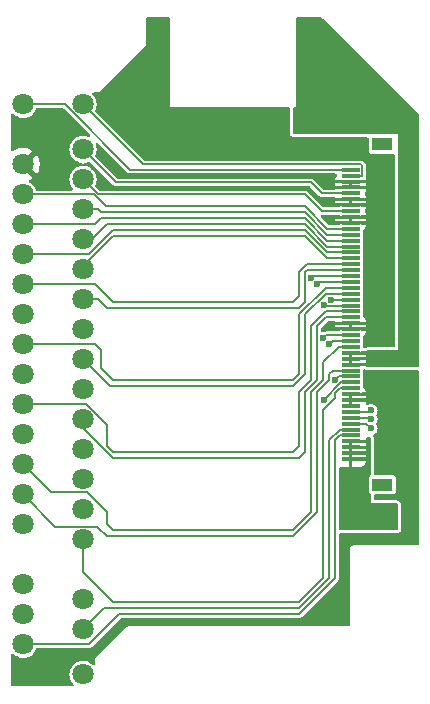
<source format=gbr>
%TF.GenerationSoftware,KiCad,Pcbnew,6.0.0*%
%TF.CreationDate,2022-01-18T19:01:36-05:00*%
%TF.ProjectId,G2_Testpoints_FFC,47325f54-6573-4747-906f-696e74735f46,rev?*%
%TF.SameCoordinates,Original*%
%TF.FileFunction,Copper,L1,Top*%
%TF.FilePolarity,Positive*%
%FSLAX46Y46*%
G04 Gerber Fmt 4.6, Leading zero omitted, Abs format (unit mm)*
G04 Created by KiCad (PCBNEW 6.0.0) date 2022-01-18 19:01:36*
%MOMM*%
%LPD*%
G01*
G04 APERTURE LIST*
%TA.AperFunction,SMDPad,CuDef*%
%ADD10R,1.600000X0.300000*%
%TD*%
%TA.AperFunction,SMDPad,CuDef*%
%ADD11R,1.800000X1.100000*%
%TD*%
%TA.AperFunction,ComponentPad*%
%ADD12C,1.800000*%
%TD*%
%TA.AperFunction,ViaPad*%
%ADD13C,0.600000*%
%TD*%
%TA.AperFunction,Conductor*%
%ADD14C,0.127000*%
%TD*%
G04 APERTURE END LIST*
D10*
%TO.P,U2,50,MIDI_IN*%
%TO.N,/MIDI_IN*%
X157270000Y-76650000D03*
%TO.P,U2,49,MIDI_OUT*%
%TO.N,/MIDI_OUT*%
X157270000Y-77150000D03*
%TO.P,U2,48,GND*%
%TO.N,GND*%
X157270000Y-77650000D03*
%TO.P,U2,47,GND*%
X157270000Y-78150000D03*
%TO.P,U2,46,/RESET*%
%TO.N,/RESET*%
X157270000Y-78650000D03*
%TO.P,U2,45,GND*%
%TO.N,GND*%
X157270000Y-79150000D03*
%TO.P,U2,44,GND*%
X157270000Y-79650000D03*
%TO.P,U2,43,CLK*%
%TO.N,/CLK*%
X157270000Y-80150000D03*
%TO.P,U2,42,GND*%
%TO.N,GND*%
X157270000Y-80650000D03*
%TO.P,U2,41,GND*%
X157270000Y-81150000D03*
%TO.P,U2,40,AD0*%
%TO.N,/AD0*%
X157270000Y-81650000D03*
%TO.P,U2,39,AD1*%
%TO.N,/AD1*%
X157270000Y-82150000D03*
%TO.P,U2,38,AD2*%
%TO.N,/AD2*%
X157270000Y-82650000D03*
%TO.P,U2,37,AD3*%
%TO.N,/AD3*%
X157270000Y-83150000D03*
%TO.P,U2,36,AD4*%
%TO.N,/AD4*%
X157270000Y-83650000D03*
%TO.P,U2,35,AD5*%
%TO.N,/AD5*%
X157270000Y-84150000D03*
%TO.P,U2,34,AD6*%
%TO.N,/AD6*%
X157270000Y-84650000D03*
%TO.P,U2,33,AD7*%
%TO.N,/AD7*%
X157270000Y-85150000D03*
%TO.P,U2,32,AD8*%
%TO.N,/AD8*%
X157270000Y-85650000D03*
%TO.P,U2,31,AD9*%
%TO.N,/AD9*%
X157270000Y-86150000D03*
%TO.P,U2,30,AD10*%
%TO.N,/AD10*%
X157270000Y-86650000D03*
%TO.P,U2,29,AD11*%
%TO.N,/AD11*%
X157270000Y-87150000D03*
%TO.P,U2,28,AD12*%
%TO.N,/AD12*%
X157270000Y-87650000D03*
%TO.P,U2,27,AD13*%
%TO.N,/AD13*%
X157270000Y-88150000D03*
%TO.P,U2,26,AD14*%
%TO.N,/AD14*%
X157270000Y-88650000D03*
%TO.P,U2,25,AD15*%
%TO.N,/AD15*%
X157270000Y-89150000D03*
%TO.P,U2,24,GND*%
%TO.N,GND*%
X157270000Y-89650000D03*
%TO.P,U2,23,GND*%
X157270000Y-90150000D03*
%TO.P,U2,22,/BTA*%
%TO.N,/BTA_n*%
X157270000Y-90650000D03*
%TO.P,U2,21,/AEN*%
%TO.N,/AEN_n*%
X157270000Y-91150000D03*
%TO.P,U2,20,/BTB*%
%TO.N,/BTB_n*%
X157270000Y-91650000D03*
%TO.P,U2,19,3.3V*%
%TO.N,+3V3*%
X157270000Y-92150000D03*
%TO.P,U2,18,3.3V*%
X157270000Y-92650000D03*
%TO.P,U2,17,3.3V*%
X157270000Y-93150000D03*
%TO.P,U2,16,/UBE*%
%TO.N,/UBE_n*%
X157270000Y-93650000D03*
%TO.P,U2,15,/TR??*%
%TO.N,/TR*%
X157270000Y-94150000D03*
%TO.P,U2,14,/LBE*%
%TO.N,/LBE_n*%
X157270000Y-94650000D03*
%TO.P,U2,13,IRQB*%
%TO.N,/IRQB*%
X157270000Y-95150000D03*
%TO.P,U2,12,GND*%
%TO.N,GND*%
X157270000Y-95650000D03*
%TO.P,U2,11,GND*%
X157270000Y-96150000D03*
%TO.P,U2,10,GND*%
X157270000Y-96650000D03*
%TO.P,U2,9,/RQDEV??*%
%TO.N,/RQDEV*%
X157270000Y-97150000D03*
%TO.P,U2,8,/RQEX1??*%
%TO.N,/RQEX1*%
X157270000Y-97650000D03*
%TO.P,U2,7,/RQEX0??*%
%TO.N,/RQEX0*%
X157270000Y-98150000D03*
%TO.P,U2,6,IRQA*%
%TO.N,/IRQA*%
X157270000Y-98650000D03*
%TO.P,U2,5,/MODEMCS*%
%TO.N,/MODEMCS_n*%
X157270000Y-99150000D03*
%TO.P,U2,4,5V*%
%TO.N,+5V*%
X157270000Y-99650000D03*
%TO.P,U2,3,5V*%
X157270000Y-100150000D03*
%TO.P,U2,2,5V*%
X157270000Y-100650000D03*
%TO.P,U2,1,5V*%
X157270000Y-101150000D03*
D11*
%TO.P,U2,0*%
%TO.N,N/C*%
X159970000Y-103300000D03*
X159970000Y-74500000D03*
%TD*%
D12*
%TO.P,U1,4,5V*%
%TO.N,unconnected-(U1-Pad4)*%
X134620000Y-119380000D03*
%TO.P,U1,5,/MODEMCS*%
%TO.N,/MODEMCS_n*%
X129540000Y-116840000D03*
%TO.P,U1,6,IRQA*%
%TO.N,/IRQA*%
X134620000Y-115570000D03*
%TO.P,U1,7,/RQEX0??*%
%TO.N,/RQEX0*%
X129540000Y-114300000D03*
%TO.P,U1,8,/RQEX1??*%
%TO.N,/RQEX1*%
X134620000Y-113030000D03*
%TO.P,U1,9,/RQDEV??*%
%TO.N,/RQDEV*%
X129540000Y-111760000D03*
%TO.P,U1,13,IRQB*%
%TO.N,/IRQB*%
X134620000Y-107950000D03*
%TO.P,U1,14,/LBE*%
%TO.N,/LBE_n*%
X129540000Y-106680000D03*
%TO.P,U1,15,/TR??*%
%TO.N,/TR*%
X134620000Y-105410000D03*
%TO.P,U1,16,/UBE*%
%TO.N,/UBE_n*%
X129540000Y-104140000D03*
%TO.P,U1,18,3.3V*%
%TO.N,unconnected-(U1-Pad18)*%
X134620000Y-102870000D03*
%TO.P,U1,20,/BTB*%
%TO.N,/BTB_n*%
X129540000Y-101600000D03*
%TO.P,U1,21,/AEN*%
%TO.N,/AEN_n*%
X134620000Y-100330000D03*
%TO.P,U1,22,/BTA*%
%TO.N,/BTA_n*%
X129540000Y-99060000D03*
%TO.P,U1,25,AD15*%
%TO.N,/AD15*%
X134620000Y-97790000D03*
%TO.P,U1,26,AD14*%
%TO.N,/AD14*%
X129540000Y-96520000D03*
%TO.P,U1,27,AD13*%
%TO.N,/AD13*%
X134620000Y-95250000D03*
%TO.P,U1,28,AD12*%
%TO.N,/AD12*%
X129540000Y-93980000D03*
%TO.P,U1,29,AD11*%
%TO.N,/AD11*%
X134620000Y-92710000D03*
%TO.P,U1,30,AD10*%
%TO.N,/AD10*%
X129540000Y-91440000D03*
%TO.P,U1,31,AD9*%
%TO.N,/AD9*%
X134620000Y-90170000D03*
%TO.P,U1,32,AD8*%
%TO.N,/AD8*%
X129540000Y-88900000D03*
%TO.P,U1,33,AD7*%
%TO.N,/AD7*%
X134620000Y-87630000D03*
%TO.P,U1,34,AD6*%
%TO.N,/AD6*%
X129540000Y-86360000D03*
%TO.P,U1,35,AD5*%
%TO.N,/AD5*%
X134620000Y-85090000D03*
%TO.P,U1,36,AD4*%
%TO.N,/AD4*%
X129540000Y-83820000D03*
%TO.P,U1,37,AD3*%
%TO.N,/AD3*%
X134620000Y-82550000D03*
%TO.P,U1,38,AD2*%
%TO.N,/AD2*%
X129540000Y-81280000D03*
%TO.P,U1,39,AD1*%
%TO.N,/AD1*%
X134620000Y-80010000D03*
%TO.P,U1,40,AD0*%
%TO.N,/AD0*%
X129540000Y-78740000D03*
%TO.P,U1,43,CLK*%
%TO.N,/CLK*%
X134620000Y-77470000D03*
%TO.P,U1,45,GND*%
%TO.N,GND*%
X129540000Y-76200000D03*
%TO.P,U1,46,/RESET*%
%TO.N,/RESET*%
X134620000Y-74930000D03*
%TO.P,U1,49,MIDI_OUT*%
%TO.N,/MIDI_OUT*%
X134620000Y-71120000D03*
%TO.P,U1,50,MIDI_IN*%
%TO.N,/MIDI_IN*%
X129540000Y-71120000D03*
%TD*%
D13*
%TO.N,GND*%
X137160000Y-71120000D03*
X149860000Y-73660000D03*
X154940000Y-114300000D03*
X129540000Y-119380000D03*
X132080000Y-119380000D03*
X160020000Y-88900000D03*
X160020000Y-86360000D03*
X160020000Y-83820000D03*
X160020000Y-81280000D03*
X160020000Y-78740000D03*
X160020000Y-76200000D03*
X162560000Y-96520000D03*
X162560000Y-99060000D03*
X162560000Y-101600000D03*
X162560000Y-104140000D03*
X162560000Y-106680000D03*
X147320000Y-73660000D03*
X144780000Y-73660000D03*
X142240000Y-73660000D03*
X139700000Y-73660000D03*
X139700000Y-71120000D03*
X139700000Y-68580000D03*
%TO.N,/RQEX0*%
X159004000Y-98552000D03*
%TO.N,/RQEX1*%
X159004000Y-97754503D03*
%TO.N,/RQDEV*%
X159004000Y-97028000D03*
%TO.N,/LBE_n*%
X155032483Y-96104483D03*
%TO.N,/TR*%
X155956000Y-94488000D03*
%TO.N,/AEN_n*%
X155453715Y-91445715D03*
%TO.N,/BTA_n*%
X154940000Y-90932000D03*
%TO.N,/AD13*%
X154993838Y-88130000D03*
%TO.N,/AD12*%
X155616000Y-87640000D03*
%TO.N,/AD9*%
X154437715Y-86365715D03*
%TO.N,/AD8*%
X153924000Y-85852000D03*
%TD*%
D14*
%TO.N,/RQEX0*%
X158602000Y-98150000D02*
X157270000Y-98150000D01*
X159004000Y-98552000D02*
X158602000Y-98150000D01*
%TO.N,/RQEX1*%
X158899497Y-97650000D02*
X157270000Y-97650000D01*
X159004000Y-97754503D02*
X158899497Y-97650000D01*
%TO.N,/RQDEV*%
X159004000Y-97028000D02*
X158882000Y-97150000D01*
X158882000Y-97150000D02*
X157270000Y-97150000D01*
%TO.N,/MODEMCS_n*%
X135128000Y-116840000D02*
X137668000Y-114300000D01*
X129540000Y-116840000D02*
X135128000Y-116840000D01*
X152908000Y-114300000D02*
X137668000Y-114300000D01*
X155956000Y-99568000D02*
X155956000Y-111252000D01*
X157270000Y-99150000D02*
X156374000Y-99150000D01*
X156374000Y-99150000D02*
X155956000Y-99568000D01*
X155956000Y-111252000D02*
X152908000Y-114300000D01*
%TO.N,/IRQA*%
X157270000Y-98650000D02*
X156343000Y-98650000D01*
X156343000Y-98650000D02*
X155448000Y-99545000D01*
X155448000Y-99545000D02*
X155448000Y-111252000D01*
X155448000Y-111252000D02*
X152908000Y-113792000D01*
X152908000Y-113792000D02*
X136398000Y-113792000D01*
X136398000Y-113792000D02*
X134620000Y-115570000D01*
%TO.N,/IRQB*%
X155973749Y-95994251D02*
X155973749Y-95521749D01*
X154940000Y-97028000D02*
X155973749Y-95994251D01*
X137160000Y-113284000D02*
X152908000Y-113284000D01*
X134620000Y-107950000D02*
X134620000Y-110744000D01*
X134620000Y-110744000D02*
X137160000Y-113284000D01*
X152908000Y-113284000D02*
X154940000Y-111252000D01*
X154940000Y-111252000D02*
X154940000Y-97028000D01*
X155973749Y-95521749D02*
X156345498Y-95150000D01*
X156345498Y-95150000D02*
X157270000Y-95150000D01*
%TO.N,/LBE_n*%
X156486966Y-94650000D02*
X155032483Y-96104483D01*
X157270000Y-94650000D02*
X156486966Y-94650000D01*
%TO.N,/TR*%
X156294000Y-94150000D02*
X155956000Y-94488000D01*
X157270000Y-94150000D02*
X156294000Y-94150000D01*
%TO.N,/UBE_n*%
X155448000Y-94488000D02*
X154432000Y-95504000D01*
X155778000Y-93650000D02*
X155448000Y-93980000D01*
X156286000Y-93650000D02*
X155778000Y-93650000D01*
X155448000Y-93980000D02*
X155448000Y-94488000D01*
X152400000Y-107696000D02*
X136652000Y-107696000D01*
X154432000Y-105664000D02*
X152400000Y-107696000D01*
X157270000Y-93650000D02*
X156286000Y-93650000D01*
X135815989Y-106859989D02*
X132259989Y-106859989D01*
X154432000Y-95504000D02*
X154432000Y-105664000D01*
X136652000Y-107696000D02*
X135815989Y-106859989D01*
X132259989Y-106859989D02*
X129540000Y-104140000D01*
%TO.N,/BTB_n*%
X129540000Y-101600000D02*
X131900011Y-103960011D01*
X131900011Y-103960011D02*
X134948011Y-103960011D01*
X134948011Y-103960011D02*
X136652000Y-105664000D01*
X136652000Y-105664000D02*
X136652000Y-106680000D01*
X154940000Y-92964000D02*
X156254000Y-91650000D01*
X136652000Y-106680000D02*
X137160000Y-107188000D01*
X137160000Y-107188000D02*
X152400000Y-107188000D01*
X152400000Y-107188000D02*
X153924000Y-105664000D01*
X153924000Y-105664000D02*
X153924000Y-95504000D01*
X153924000Y-95504000D02*
X154940000Y-94488000D01*
X156254000Y-91650000D02*
X157270000Y-91650000D01*
X154940000Y-94488000D02*
X154940000Y-92964000D01*
%TO.N,/AEN_n*%
X157270000Y-91150000D02*
X155749430Y-91150000D01*
X155749430Y-91150000D02*
X155453715Y-91445715D01*
%TO.N,/BTA_n*%
X154940000Y-90932000D02*
X155222000Y-90650000D01*
X155222000Y-90650000D02*
X157270000Y-90650000D01*
%TO.N,/AD15*%
X157270000Y-89150000D02*
X155198000Y-89150000D01*
X137160000Y-101092000D02*
X134620000Y-98552000D01*
X155198000Y-89150000D02*
X154432000Y-89916000D01*
X154432000Y-89916000D02*
X154432000Y-94488000D01*
X154432000Y-94488000D02*
X153416000Y-95504000D01*
X153416000Y-95504000D02*
X153416000Y-100584000D01*
X153416000Y-100584000D02*
X152908000Y-101092000D01*
X152908000Y-101092000D02*
X137160000Y-101092000D01*
X134620000Y-98552000D02*
X134620000Y-97790000D01*
%TO.N,/AD14*%
X129540000Y-96520000D02*
X134891509Y-96520000D01*
X136652000Y-100076000D02*
X137160000Y-100584000D01*
X153924000Y-89916000D02*
X155190000Y-88650000D01*
X134891509Y-96520000D02*
X136652000Y-98280491D01*
X136652000Y-98280491D02*
X136652000Y-100076000D01*
X153924000Y-94488000D02*
X153924000Y-89916000D01*
X137160000Y-100584000D02*
X152400000Y-100584000D01*
X152400000Y-100584000D02*
X152908000Y-100076000D01*
X152908000Y-100076000D02*
X152908000Y-95504000D01*
X152908000Y-95504000D02*
X153924000Y-94488000D01*
X155190000Y-88650000D02*
X157270000Y-88650000D01*
%TO.N,/AD13*%
X154993838Y-88130000D02*
X155013838Y-88150000D01*
X155013838Y-88150000D02*
X157270000Y-88150000D01*
%TO.N,/AD12*%
X155626000Y-87650000D02*
X157270000Y-87650000D01*
X155616000Y-87640000D02*
X155626000Y-87650000D01*
%TO.N,/AD11*%
X157270000Y-87150000D02*
X155166000Y-87150000D01*
X155166000Y-87150000D02*
X153416000Y-88900000D01*
X153416000Y-88900000D02*
X153416000Y-93980000D01*
X153416000Y-93980000D02*
X152400000Y-94996000D01*
X152400000Y-94996000D02*
X136906000Y-94996000D01*
X136906000Y-94996000D02*
X134620000Y-92710000D01*
%TO.N,/AD10*%
X129540000Y-91440000D02*
X135636000Y-91440000D01*
X135636000Y-91440000D02*
X136144000Y-91948000D01*
X136144000Y-91948000D02*
X136144000Y-93472000D01*
X155158000Y-86650000D02*
X157270000Y-86650000D01*
X136144000Y-93472000D02*
X137160000Y-94488000D01*
X137160000Y-94488000D02*
X152400000Y-94488000D01*
X152400000Y-94488000D02*
X152908000Y-93980000D01*
X152908000Y-88900000D02*
X155158000Y-86650000D01*
X152908000Y-93980000D02*
X152908000Y-88900000D01*
%TO.N,/AD9*%
X157270000Y-86150000D02*
X154653430Y-86150000D01*
X154653430Y-86150000D02*
X154437715Y-86365715D01*
%TO.N,/AD8*%
X154126000Y-85650000D02*
X153924000Y-85852000D01*
X157270000Y-85650000D02*
X154126000Y-85650000D01*
%TO.N,/AD7*%
X157270000Y-85150000D02*
X153610000Y-85150000D01*
X153416000Y-87884000D02*
X152908000Y-88392000D01*
X153610000Y-85150000D02*
X153416000Y-85344000D01*
X153416000Y-85344000D02*
X153416000Y-87884000D01*
X152908000Y-88392000D02*
X136652000Y-88392000D01*
X136652000Y-88392000D02*
X135890000Y-87630000D01*
X135890000Y-87630000D02*
X134620000Y-87630000D01*
%TO.N,/AD6*%
X157270000Y-84650000D02*
X153602000Y-84650000D01*
X153602000Y-84650000D02*
X152908000Y-85344000D01*
X152908000Y-85344000D02*
X152908000Y-87376000D01*
X152908000Y-87376000D02*
X152400000Y-87884000D01*
X135636000Y-86360000D02*
X129540000Y-86360000D01*
X152400000Y-87884000D02*
X137160000Y-87884000D01*
X137160000Y-87884000D02*
X135636000Y-86360000D01*
%TO.N,/AD5*%
X137160000Y-82296000D02*
X153416000Y-82296000D01*
X134620000Y-85090000D02*
X134620000Y-84836000D01*
X134620000Y-84836000D02*
X137160000Y-82296000D01*
X153416000Y-82296000D02*
X155270000Y-84150000D01*
X155270000Y-84150000D02*
X157270000Y-84150000D01*
%TO.N,/AD4*%
X137160000Y-81788000D02*
X153416000Y-81788000D01*
X129540000Y-83820000D02*
X135128000Y-83820000D01*
X135128000Y-83820000D02*
X137160000Y-81788000D01*
X153416000Y-81788000D02*
X155278000Y-83650000D01*
X155278000Y-83650000D02*
X157270000Y-83650000D01*
%TO.N,/AD3*%
X136652000Y-81280000D02*
X153416000Y-81280000D01*
X134620000Y-82550000D02*
X135382000Y-82550000D01*
X153416000Y-81280000D02*
X155286000Y-83150000D01*
X135382000Y-82550000D02*
X136652000Y-81280000D01*
X155286000Y-83150000D02*
X157270000Y-83150000D01*
%TO.N,/AD2*%
X129540000Y-81280000D02*
X135636000Y-81280000D01*
X136144000Y-80772000D02*
X153416000Y-80772000D01*
X135636000Y-81280000D02*
X136144000Y-80772000D01*
X153416000Y-80772000D02*
X155294000Y-82650000D01*
X155294000Y-82650000D02*
X157270000Y-82650000D01*
%TO.N,/AD1*%
X134620000Y-80010000D02*
X135890000Y-80010000D01*
X135890000Y-80010000D02*
X136144000Y-80264000D01*
X136144000Y-80264000D02*
X153416000Y-80264000D01*
X153416000Y-80264000D02*
X155302000Y-82150000D01*
X155302000Y-82150000D02*
X157270000Y-82150000D01*
%TO.N,/AD0*%
X129540000Y-78740000D02*
X135531468Y-78740000D01*
X135531468Y-78740000D02*
X136547468Y-79756000D01*
X136547468Y-79756000D02*
X153416000Y-79756000D01*
X153416000Y-79756000D02*
X155310000Y-81650000D01*
X155310000Y-81650000D02*
X157270000Y-81650000D01*
%TO.N,/CLK*%
X153416000Y-78740000D02*
X153924000Y-79248000D01*
X142240000Y-78740000D02*
X153416000Y-78740000D01*
X134620000Y-77470000D02*
X135890000Y-78740000D01*
X135890000Y-78740000D02*
X142240000Y-78740000D01*
%TO.N,/RESET*%
X154850000Y-78650000D02*
X153924000Y-77724000D01*
X157270000Y-78650000D02*
X154850000Y-78650000D01*
X153924000Y-77724000D02*
X137414000Y-77724000D01*
X137414000Y-77724000D02*
X134620000Y-74930000D01*
%TO.N,/CLK*%
X153924000Y-79248000D02*
X154826000Y-80150000D01*
X154826000Y-80150000D02*
X157270000Y-80150000D01*
%TO.N,/MIDI_OUT*%
X157270000Y-77150000D02*
X158197000Y-77150000D01*
X158197000Y-77150000D02*
X158260011Y-77086989D01*
X158260011Y-77086989D02*
X158260011Y-76309989D01*
X158260011Y-76309989D02*
X158150022Y-76200000D01*
X158150022Y-76200000D02*
X139700000Y-76200000D01*
X139700000Y-76200000D02*
X134620000Y-71120000D01*
%TO.N,/MIDI_IN*%
X129540000Y-71120000D02*
X133078491Y-71120000D01*
X133078491Y-71120000D02*
X138608491Y-76650000D01*
X138608491Y-76650000D02*
X157270000Y-76650000D01*
%TD*%
%TA.AperFunction,Conductor*%
%TO.N,+3V3*%
G36*
X154852124Y-63769685D02*
G01*
X154872766Y-63786319D01*
X163035681Y-71949234D01*
X163069166Y-72010557D01*
X163072000Y-72036915D01*
X163072000Y-93221000D01*
X163052315Y-93288039D01*
X162999511Y-93333794D01*
X162948000Y-93345000D01*
X158668511Y-93345000D01*
X158601472Y-93325315D01*
X158587308Y-93314713D01*
X158572226Y-93301644D01*
X158564668Y-93300000D01*
X158259183Y-93300000D01*
X158190294Y-93279103D01*
X158177899Y-93270821D01*
X158177895Y-93270820D01*
X158167740Y-93264034D01*
X158133687Y-93257260D01*
X158100653Y-93250689D01*
X158100650Y-93250689D01*
X158094674Y-93249500D01*
X157244000Y-93249500D01*
X157176961Y-93229815D01*
X157131206Y-93177011D01*
X157120000Y-93125500D01*
X157120000Y-92982170D01*
X157420000Y-92982170D01*
X157424404Y-92997169D01*
X157425774Y-92998356D01*
X157433332Y-93000000D01*
X158560169Y-93000000D01*
X158575168Y-92995596D01*
X158576355Y-92994226D01*
X158577999Y-92986668D01*
X158577999Y-92955274D01*
X158577636Y-92948571D01*
X158573815Y-92913393D01*
X158573815Y-92886611D01*
X158577637Y-92851426D01*
X158578000Y-92844728D01*
X158578000Y-92817830D01*
X158573596Y-92802831D01*
X158572226Y-92801644D01*
X158564668Y-92800000D01*
X157437830Y-92800000D01*
X157422831Y-92804404D01*
X157421644Y-92805774D01*
X157420000Y-92813332D01*
X157420000Y-92982170D01*
X157120000Y-92982170D01*
X157120000Y-92482170D01*
X157420000Y-92482170D01*
X157424404Y-92497169D01*
X157425774Y-92498356D01*
X157433332Y-92500000D01*
X158560169Y-92500000D01*
X158575168Y-92495596D01*
X158576355Y-92494226D01*
X158577999Y-92486668D01*
X158577999Y-92455274D01*
X158577636Y-92448571D01*
X158573815Y-92413393D01*
X158573815Y-92386611D01*
X158577637Y-92351426D01*
X158578000Y-92344728D01*
X158578000Y-92317830D01*
X158573596Y-92302831D01*
X158572226Y-92301644D01*
X158564668Y-92300000D01*
X157437830Y-92300000D01*
X157422831Y-92304404D01*
X157421644Y-92305774D01*
X157420000Y-92313332D01*
X157420000Y-92482170D01*
X157120000Y-92482170D01*
X157120000Y-92174500D01*
X157139685Y-92107461D01*
X157192489Y-92061706D01*
X157244000Y-92050500D01*
X158094674Y-92050500D01*
X158100650Y-92049311D01*
X158100653Y-92049311D01*
X158133687Y-92042740D01*
X158167740Y-92035966D01*
X158177895Y-92029180D01*
X158177899Y-92029179D01*
X158190294Y-92020897D01*
X158259183Y-92000000D01*
X158560169Y-92000000D01*
X158575168Y-91995596D01*
X158579326Y-91990797D01*
X158638104Y-91953023D01*
X158673039Y-91948000D01*
X161290000Y-91948000D01*
X161290000Y-73660000D01*
X152524000Y-73660000D01*
X152456961Y-73640315D01*
X152411206Y-73587511D01*
X152400000Y-73536000D01*
X152400000Y-71476174D01*
X152419685Y-71409135D01*
X152476549Y-71361612D01*
X152485564Y-71357878D01*
X152497545Y-71355495D01*
X152507699Y-71348710D01*
X152507702Y-71348709D01*
X152570087Y-71307024D01*
X152580240Y-71300240D01*
X152635495Y-71217545D01*
X152650000Y-71144624D01*
X152654898Y-71120000D01*
X152652383Y-71107356D01*
X152650000Y-71083165D01*
X152650000Y-63874000D01*
X152669685Y-63806961D01*
X152722489Y-63761206D01*
X152774000Y-63750000D01*
X154785085Y-63750000D01*
X154852124Y-63769685D01*
G37*
%TD.AperFunction*%
%TD*%
%TA.AperFunction,Conductor*%
%TO.N,GND*%
G36*
X158520565Y-93561621D02*
G01*
X158520934Y-93560683D01*
X158526088Y-93562711D01*
X158531037Y-93565188D01*
X158566194Y-93575511D01*
X158593832Y-93583627D01*
X158593834Y-93583628D01*
X158598076Y-93584873D01*
X158602450Y-93585502D01*
X158602455Y-93585503D01*
X158640126Y-93590919D01*
X158668511Y-93595000D01*
X162948000Y-93595000D01*
X163015039Y-93614685D01*
X163060794Y-93667489D01*
X163072000Y-93719000D01*
X163072000Y-108338000D01*
X163052315Y-108405039D01*
X162999511Y-108450794D01*
X162948000Y-108462000D01*
X157516835Y-108462000D01*
X157492644Y-108459617D01*
X157491980Y-108459485D01*
X157480000Y-108457102D01*
X157468020Y-108459485D01*
X157455376Y-108462000D01*
X157394433Y-108474122D01*
X157394431Y-108474123D01*
X157382455Y-108476505D01*
X157299760Y-108531760D01*
X157244505Y-108614455D01*
X157225102Y-108712000D01*
X157227485Y-108723980D01*
X157227617Y-108724644D01*
X157230000Y-108748835D01*
X157230000Y-115196000D01*
X157210315Y-115263039D01*
X157157511Y-115308794D01*
X157106000Y-115320000D01*
X138466835Y-115320000D01*
X138442644Y-115317617D01*
X138441980Y-115317485D01*
X138430000Y-115315102D01*
X138418020Y-115317485D01*
X138356244Y-115329773D01*
X138332454Y-115334505D01*
X138322301Y-115341289D01*
X138322299Y-115341290D01*
X138300978Y-115355537D01*
X138286665Y-115365101D01*
X138249760Y-115389760D01*
X138242592Y-115400488D01*
X138227174Y-115419273D01*
X135739273Y-117907174D01*
X135720488Y-117922592D01*
X135709760Y-117929760D01*
X135695812Y-117950635D01*
X135654505Y-118012455D01*
X135635102Y-118110000D01*
X135637485Y-118121980D01*
X135637617Y-118122644D01*
X135640000Y-118146835D01*
X135640000Y-118472529D01*
X135620315Y-118539568D01*
X135567511Y-118585323D01*
X135498353Y-118595267D01*
X135431829Y-118563585D01*
X135327557Y-118467197D01*
X135327555Y-118467196D01*
X135323381Y-118463337D01*
X135144554Y-118350505D01*
X134948160Y-118272152D01*
X134942579Y-118271042D01*
X134942576Y-118271041D01*
X134844467Y-118251526D01*
X134740775Y-118230901D01*
X134735088Y-118230827D01*
X134735083Y-118230826D01*
X134535034Y-118228207D01*
X134535029Y-118228207D01*
X134529346Y-118228133D01*
X134523742Y-118229096D01*
X134523741Y-118229096D01*
X134326550Y-118262979D01*
X134326547Y-118262980D01*
X134320953Y-118263941D01*
X134122575Y-118337127D01*
X134117697Y-118340029D01*
X134117695Y-118340030D01*
X133945740Y-118442332D01*
X133945737Y-118442334D01*
X133940856Y-118445238D01*
X133781881Y-118584655D01*
X133778362Y-118589119D01*
X133778359Y-118589122D01*
X133719731Y-118663492D01*
X133650976Y-118750708D01*
X133552523Y-118937836D01*
X133489820Y-119139773D01*
X133464967Y-119349754D01*
X133478796Y-119560749D01*
X133530845Y-119765690D01*
X133619369Y-119957714D01*
X133741405Y-120130391D01*
X133745476Y-120134357D01*
X133745477Y-120134358D01*
X133799699Y-120187179D01*
X133833984Y-120248059D01*
X133829912Y-120317810D01*
X133788776Y-120374286D01*
X133723637Y-120399558D01*
X133713173Y-120400000D01*
X128644000Y-120400000D01*
X128576961Y-120380315D01*
X128531206Y-120327511D01*
X128520000Y-120276000D01*
X128520000Y-117746547D01*
X128539685Y-117679508D01*
X128592489Y-117633753D01*
X128661647Y-117623809D01*
X128725203Y-117652834D01*
X128730526Y-117657726D01*
X128752886Y-117679508D01*
X128812865Y-117737937D01*
X128817588Y-117741093D01*
X128817592Y-117741096D01*
X128888663Y-117788584D01*
X128988677Y-117855411D01*
X129182953Y-117938878D01*
X129234911Y-117950635D01*
X129383638Y-117984289D01*
X129383642Y-117984290D01*
X129389186Y-117985544D01*
X129515651Y-117990513D01*
X129594789Y-117993623D01*
X129594791Y-117993623D01*
X129600470Y-117993846D01*
X129606090Y-117993031D01*
X129606092Y-117993031D01*
X129804103Y-117964320D01*
X129804104Y-117964320D01*
X129809730Y-117963504D01*
X129909137Y-117929760D01*
X130004565Y-117897367D01*
X130004568Y-117897366D01*
X130009955Y-117895537D01*
X130014916Y-117892759D01*
X130014922Y-117892756D01*
X130121530Y-117833052D01*
X130194442Y-117792219D01*
X130357012Y-117657012D01*
X130376356Y-117633753D01*
X130488584Y-117498813D01*
X130488585Y-117498811D01*
X130492219Y-117494442D01*
X130535189Y-117417714D01*
X130592756Y-117314922D01*
X130592759Y-117314916D01*
X130595537Y-117309955D01*
X130619914Y-117238142D01*
X130660102Y-117180987D01*
X130724811Y-117154634D01*
X130737333Y-117154000D01*
X135108874Y-117154000D01*
X135119681Y-117154472D01*
X135144983Y-117156686D01*
X135144985Y-117156686D01*
X135155789Y-117157631D01*
X135167579Y-117154472D01*
X135190803Y-117148250D01*
X135201360Y-117145909D01*
X135226367Y-117141499D01*
X135237051Y-117139615D01*
X135246445Y-117134191D01*
X135249410Y-117133112D01*
X135252273Y-117131777D01*
X135262749Y-117128970D01*
X135292434Y-117108185D01*
X135301557Y-117102373D01*
X135323554Y-117089673D01*
X135332949Y-117084249D01*
X135356249Y-117056481D01*
X135363558Y-117048505D01*
X137761744Y-114650319D01*
X137823067Y-114616834D01*
X137849425Y-114614000D01*
X152888874Y-114614000D01*
X152899681Y-114614472D01*
X152924983Y-114616686D01*
X152924985Y-114616686D01*
X152935789Y-114617631D01*
X152947579Y-114614472D01*
X152970803Y-114608250D01*
X152981360Y-114605909D01*
X153006367Y-114601499D01*
X153017051Y-114599615D01*
X153026445Y-114594191D01*
X153029410Y-114593112D01*
X153032273Y-114591777D01*
X153042749Y-114588970D01*
X153072434Y-114568185D01*
X153081557Y-114562373D01*
X153103554Y-114549673D01*
X153112949Y-114544249D01*
X153136249Y-114516481D01*
X153143558Y-114508505D01*
X156164511Y-111487553D01*
X156172487Y-111480244D01*
X156191939Y-111463922D01*
X156200249Y-111456949D01*
X156218373Y-111425557D01*
X156224184Y-111416436D01*
X156244971Y-111386749D01*
X156247780Y-111376267D01*
X156249111Y-111373412D01*
X156250190Y-111370447D01*
X156255615Y-111361051D01*
X156261908Y-111325363D01*
X156264249Y-111314804D01*
X156270824Y-111290267D01*
X156270824Y-111290264D01*
X156273631Y-111279789D01*
X156270472Y-111243681D01*
X156270000Y-111232874D01*
X156270000Y-107562000D01*
X156289685Y-107494961D01*
X156342489Y-107449206D01*
X156394000Y-107438000D01*
X161166000Y-107438000D01*
X161219143Y-107432286D01*
X161270654Y-107421080D01*
X161277808Y-107419117D01*
X161288975Y-107416054D01*
X161288977Y-107416053D01*
X161296461Y-107414000D01*
X161303203Y-107410161D01*
X161303205Y-107410160D01*
X161375931Y-107368746D01*
X161381226Y-107365731D01*
X161392773Y-107355726D01*
X161417335Y-107334442D01*
X161434030Y-107319976D01*
X161464974Y-107287908D01*
X161510188Y-107201474D01*
X161511903Y-107195634D01*
X161528627Y-107138679D01*
X161528628Y-107138677D01*
X161529873Y-107134435D01*
X161530774Y-107128174D01*
X161539370Y-107068380D01*
X161540000Y-107064000D01*
X161540000Y-105026000D01*
X161534286Y-104972857D01*
X161523080Y-104921346D01*
X161516000Y-104895539D01*
X161467731Y-104810774D01*
X161421976Y-104757970D01*
X161389908Y-104727026D01*
X161303474Y-104681812D01*
X161297636Y-104680098D01*
X161297634Y-104680097D01*
X161240679Y-104663373D01*
X161240677Y-104663372D01*
X161236435Y-104662127D01*
X161232061Y-104661498D01*
X161232056Y-104661497D01*
X161194385Y-104656081D01*
X161166000Y-104652000D01*
X159378000Y-104652000D01*
X159310961Y-104632315D01*
X159265206Y-104579511D01*
X159254000Y-104528000D01*
X159254000Y-104224500D01*
X159273685Y-104157461D01*
X159326489Y-104111706D01*
X159378000Y-104100500D01*
X160894674Y-104100500D01*
X160900650Y-104099311D01*
X160900653Y-104099311D01*
X160933687Y-104092740D01*
X160967740Y-104085966D01*
X161050601Y-104030601D01*
X161105966Y-103947740D01*
X161120500Y-103874674D01*
X161120500Y-102725326D01*
X161105966Y-102652260D01*
X161050601Y-102569399D01*
X160967740Y-102514034D01*
X160930101Y-102506547D01*
X160900653Y-102500689D01*
X160900650Y-102500689D01*
X160894674Y-102499500D01*
X159378000Y-102499500D01*
X159310961Y-102479815D01*
X159265206Y-102427011D01*
X159254000Y-102375500D01*
X159254000Y-99438000D01*
X159248286Y-99384857D01*
X159237466Y-99335118D01*
X159237432Y-99334964D01*
X159237080Y-99333346D01*
X159230000Y-99307539D01*
X159182840Y-99224721D01*
X159166772Y-99156725D01*
X159190016Y-99090836D01*
X159243142Y-99048801D01*
X159274114Y-99035972D01*
X159274113Y-99035972D01*
X159281625Y-99032861D01*
X159396621Y-98944621D01*
X159484861Y-98829625D01*
X159521065Y-98742219D01*
X159537218Y-98703223D01*
X159537219Y-98703221D01*
X159540330Y-98695709D01*
X159559250Y-98552000D01*
X159540330Y-98408291D01*
X159537032Y-98400327D01*
X159487972Y-98281886D01*
X159484861Y-98274375D01*
X159479913Y-98267927D01*
X159479911Y-98267923D01*
X159449843Y-98228737D01*
X159424649Y-98163567D01*
X159438688Y-98095123D01*
X159449843Y-98077764D01*
X159479914Y-98038575D01*
X159484861Y-98032128D01*
X159521787Y-97942979D01*
X159537218Y-97905726D01*
X159537219Y-97905724D01*
X159540330Y-97898212D01*
X159559250Y-97754503D01*
X159540330Y-97610794D01*
X159537218Y-97603280D01*
X159487973Y-97484390D01*
X159487971Y-97484387D01*
X159484861Y-97476878D01*
X159477078Y-97466735D01*
X159451886Y-97401565D01*
X159465926Y-97333120D01*
X159477081Y-97315764D01*
X159479912Y-97312074D01*
X159484861Y-97305625D01*
X159540330Y-97171709D01*
X159559250Y-97028000D01*
X159540330Y-96884291D01*
X159530678Y-96860987D01*
X159487972Y-96757886D01*
X159484861Y-96750375D01*
X159396621Y-96635379D01*
X159322557Y-96578547D01*
X159288072Y-96552086D01*
X159281625Y-96547139D01*
X159203382Y-96514730D01*
X159155223Y-96494782D01*
X159155221Y-96494781D01*
X159147709Y-96491670D01*
X159004000Y-96472750D01*
X158860291Y-96491670D01*
X158747144Y-96538536D01*
X158677677Y-96546005D01*
X158615198Y-96514730D01*
X158579546Y-96454641D01*
X158576419Y-96437366D01*
X158573815Y-96413394D01*
X158573815Y-96386611D01*
X158577637Y-96351426D01*
X158578000Y-96344728D01*
X158578000Y-96317830D01*
X158573596Y-96302831D01*
X158572226Y-96301644D01*
X158564668Y-96300000D01*
X157437830Y-96300000D01*
X157422831Y-96304404D01*
X157421644Y-96305774D01*
X157420000Y-96313332D01*
X157420000Y-96625500D01*
X157400315Y-96692539D01*
X157347511Y-96738294D01*
X157296000Y-96749500D01*
X157244000Y-96749500D01*
X157176961Y-96729815D01*
X157131206Y-96677011D01*
X157120000Y-96625500D01*
X157120000Y-95982170D01*
X157420000Y-95982170D01*
X157424404Y-95997169D01*
X157425774Y-95998356D01*
X157433332Y-96000000D01*
X158560169Y-96000000D01*
X158575168Y-95995596D01*
X158576355Y-95994226D01*
X158577999Y-95986668D01*
X158577999Y-95955274D01*
X158577636Y-95948571D01*
X158573815Y-95913393D01*
X158573815Y-95886611D01*
X158577637Y-95851426D01*
X158578000Y-95844728D01*
X158578000Y-95817830D01*
X158573596Y-95802831D01*
X158572226Y-95801644D01*
X158564668Y-95800000D01*
X157437830Y-95800000D01*
X157422831Y-95804404D01*
X157421644Y-95805774D01*
X157420000Y-95813332D01*
X157420000Y-95982170D01*
X157120000Y-95982170D01*
X157120000Y-95674500D01*
X157139685Y-95607461D01*
X157192489Y-95561706D01*
X157244000Y-95550500D01*
X158094674Y-95550500D01*
X158100650Y-95549311D01*
X158100653Y-95549311D01*
X158141603Y-95541165D01*
X158167740Y-95535966D01*
X158177895Y-95529180D01*
X158177899Y-95529179D01*
X158190294Y-95520897D01*
X158259183Y-95500000D01*
X158560169Y-95500000D01*
X158575168Y-95495596D01*
X158576355Y-95494226D01*
X158577999Y-95486668D01*
X158577999Y-95455274D01*
X158577636Y-95448569D01*
X158572092Y-95397523D01*
X158568522Y-95382512D01*
X158523273Y-95261810D01*
X158514874Y-95246468D01*
X158438201Y-95144164D01*
X158425836Y-95131798D01*
X158370135Y-95090053D01*
X158328294Y-95034097D01*
X158320500Y-94990827D01*
X158320500Y-94975326D01*
X158318158Y-94963552D01*
X158310329Y-94924191D01*
X158310329Y-94875809D01*
X158319310Y-94830656D01*
X158320500Y-94824674D01*
X158320500Y-94475326D01*
X158314381Y-94444565D01*
X158310329Y-94424191D01*
X158310329Y-94375809D01*
X158319310Y-94330656D01*
X158320500Y-94324674D01*
X158320500Y-93975326D01*
X158318158Y-93963552D01*
X158310329Y-93924191D01*
X158310329Y-93875809D01*
X158319310Y-93830656D01*
X158320500Y-93824674D01*
X158320500Y-93674000D01*
X158340185Y-93606961D01*
X158392989Y-93561206D01*
X158444500Y-93550000D01*
X158471393Y-93550000D01*
X158520565Y-93561621D01*
G37*
%TD.AperFunction*%
%TA.AperFunction,Conductor*%
G36*
X141933039Y-63769685D02*
G01*
X141978794Y-63822489D01*
X141990000Y-63874000D01*
X141990000Y-71083165D01*
X141987617Y-71107356D01*
X141985102Y-71120000D01*
X141990000Y-71144624D01*
X142004505Y-71217545D01*
X142059760Y-71300240D01*
X142142455Y-71355495D01*
X142154431Y-71357877D01*
X142154433Y-71357878D01*
X142228020Y-71372515D01*
X142240000Y-71374898D01*
X142251980Y-71372515D01*
X142252644Y-71372383D01*
X142276835Y-71370000D01*
X152026000Y-71370000D01*
X152093039Y-71389685D01*
X152138794Y-71442489D01*
X152150000Y-71494000D01*
X152150000Y-73536000D01*
X152155714Y-73589143D01*
X152166920Y-73640654D01*
X152174000Y-73666461D01*
X152222269Y-73751226D01*
X152268024Y-73804030D01*
X152300092Y-73834974D01*
X152386526Y-73880188D01*
X152392364Y-73881902D01*
X152392366Y-73881903D01*
X152449321Y-73898627D01*
X152449323Y-73898628D01*
X152453565Y-73899873D01*
X152457939Y-73900502D01*
X152457944Y-73900503D01*
X152495615Y-73905919D01*
X152524000Y-73910000D01*
X158695500Y-73910000D01*
X158762539Y-73929685D01*
X158808294Y-73982489D01*
X158819500Y-74034000D01*
X158819500Y-75074674D01*
X158834034Y-75147740D01*
X158889399Y-75230601D01*
X158899552Y-75237385D01*
X158931558Y-75258770D01*
X158972260Y-75285966D01*
X159006313Y-75292740D01*
X159039347Y-75299311D01*
X159039350Y-75299311D01*
X159045326Y-75300500D01*
X160894674Y-75300500D01*
X160900657Y-75299310D01*
X160903843Y-75298996D01*
X160972489Y-75312013D01*
X161023201Y-75360077D01*
X161040000Y-75422399D01*
X161040000Y-91574000D01*
X161020315Y-91641039D01*
X160967511Y-91686794D01*
X160916000Y-91698000D01*
X158673039Y-91698000D01*
X158666923Y-91698437D01*
X158639677Y-91700386D01*
X158639665Y-91700387D01*
X158637460Y-91700545D01*
X158602525Y-91705568D01*
X158545725Y-91726753D01*
X158504358Y-91742182D01*
X158461025Y-91750000D01*
X158444500Y-91750000D01*
X158377461Y-91730315D01*
X158331706Y-91677511D01*
X158320500Y-91626000D01*
X158320500Y-91475326D01*
X158314965Y-91447499D01*
X158310329Y-91424191D01*
X158310329Y-91375809D01*
X158319310Y-91330656D01*
X158320500Y-91324674D01*
X158320500Y-90975326D01*
X158318158Y-90963552D01*
X158310329Y-90924191D01*
X158310329Y-90875809D01*
X158319310Y-90830656D01*
X158320500Y-90824674D01*
X158320500Y-90809173D01*
X158340185Y-90742134D01*
X158370135Y-90709947D01*
X158425836Y-90668202D01*
X158438201Y-90655836D01*
X158514874Y-90553532D01*
X158523273Y-90538190D01*
X158568524Y-90417485D01*
X158572091Y-90402482D01*
X158577637Y-90351427D01*
X158578000Y-90344729D01*
X158578000Y-90317830D01*
X158573596Y-90302831D01*
X158572226Y-90301644D01*
X158564668Y-90300000D01*
X158259183Y-90300000D01*
X158190294Y-90279103D01*
X158177899Y-90270821D01*
X158177895Y-90270820D01*
X158167740Y-90264034D01*
X158133687Y-90257260D01*
X158100653Y-90250689D01*
X158100650Y-90250689D01*
X158094674Y-90249500D01*
X156445326Y-90249500D01*
X156439350Y-90250689D01*
X156439347Y-90250689D01*
X156406313Y-90257260D01*
X156372260Y-90264034D01*
X156362105Y-90270820D01*
X156362101Y-90270821D01*
X156349706Y-90279103D01*
X156280817Y-90300000D01*
X155979831Y-90300000D01*
X155950611Y-90308580D01*
X155915760Y-90330977D01*
X155880825Y-90336000D01*
X155241123Y-90336000D01*
X155230315Y-90335528D01*
X155205017Y-90333314D01*
X155205014Y-90333314D01*
X155194211Y-90332369D01*
X155183732Y-90335177D01*
X155183730Y-90335177D01*
X155159197Y-90341750D01*
X155148640Y-90344091D01*
X155125311Y-90348205D01*
X155112949Y-90350385D01*
X155103555Y-90355809D01*
X155100590Y-90356888D01*
X155097727Y-90358223D01*
X155087251Y-90361030D01*
X155078367Y-90367251D01*
X155068531Y-90371837D01*
X155067116Y-90368802D01*
X155018331Y-90385250D01*
X154997240Y-90384286D01*
X154940000Y-90376750D01*
X154886186Y-90383835D01*
X154817150Y-90373070D01*
X154764895Y-90326690D01*
X154746000Y-90260896D01*
X154746000Y-90097425D01*
X154765685Y-90030386D01*
X154782319Y-90009744D01*
X154809893Y-89982170D01*
X155962000Y-89982170D01*
X155966404Y-89997169D01*
X155967774Y-89998356D01*
X155975332Y-90000000D01*
X157102170Y-90000000D01*
X157117169Y-89995596D01*
X157118356Y-89994226D01*
X157120000Y-89986668D01*
X157120000Y-89982170D01*
X157420000Y-89982170D01*
X157424404Y-89997169D01*
X157425774Y-89998356D01*
X157433332Y-90000000D01*
X158560169Y-90000000D01*
X158575168Y-89995596D01*
X158576355Y-89994226D01*
X158577999Y-89986668D01*
X158577999Y-89955274D01*
X158577636Y-89948571D01*
X158573815Y-89913393D01*
X158573815Y-89886611D01*
X158577637Y-89851426D01*
X158578000Y-89844728D01*
X158578000Y-89817830D01*
X158573596Y-89802831D01*
X158572226Y-89801644D01*
X158564668Y-89800000D01*
X157437830Y-89800000D01*
X157422831Y-89804404D01*
X157421644Y-89805774D01*
X157420000Y-89813332D01*
X157420000Y-89982170D01*
X157120000Y-89982170D01*
X157120000Y-89817830D01*
X157115596Y-89802831D01*
X157114226Y-89801644D01*
X157106668Y-89800000D01*
X155979831Y-89800000D01*
X155964832Y-89804404D01*
X155963645Y-89805774D01*
X155962001Y-89813332D01*
X155962001Y-89844726D01*
X155962364Y-89851429D01*
X155966185Y-89886607D01*
X155966185Y-89913389D01*
X155962363Y-89948574D01*
X155962000Y-89955272D01*
X155962000Y-89982170D01*
X154809893Y-89982170D01*
X155291744Y-89500319D01*
X155353067Y-89466834D01*
X155379425Y-89464000D01*
X155881875Y-89464000D01*
X155948914Y-89483685D01*
X155963077Y-89494287D01*
X155967772Y-89498355D01*
X155975332Y-89500000D01*
X156280817Y-89500000D01*
X156349706Y-89520897D01*
X156362101Y-89529179D01*
X156362105Y-89529180D01*
X156372260Y-89535966D01*
X156406313Y-89542740D01*
X156439347Y-89549311D01*
X156439350Y-89549311D01*
X156445326Y-89550500D01*
X158094674Y-89550500D01*
X158100650Y-89549311D01*
X158100653Y-89549311D01*
X158133687Y-89542740D01*
X158167740Y-89535966D01*
X158177895Y-89529180D01*
X158177899Y-89529179D01*
X158190294Y-89520897D01*
X158259183Y-89500000D01*
X158560169Y-89500000D01*
X158575168Y-89495596D01*
X158576355Y-89494226D01*
X158577999Y-89486668D01*
X158577999Y-89455274D01*
X158577636Y-89448569D01*
X158572092Y-89397523D01*
X158568522Y-89382512D01*
X158523273Y-89261810D01*
X158514874Y-89246468D01*
X158438201Y-89144164D01*
X158425836Y-89131798D01*
X158370135Y-89090053D01*
X158328294Y-89034097D01*
X158320500Y-88990827D01*
X158320500Y-88975326D01*
X158316821Y-88956831D01*
X158310329Y-88924191D01*
X158310329Y-88875809D01*
X158319310Y-88830656D01*
X158320500Y-88824674D01*
X158320500Y-88475326D01*
X158318158Y-88463552D01*
X158310329Y-88424191D01*
X158310329Y-88375809D01*
X158319310Y-88330656D01*
X158320500Y-88324674D01*
X158320500Y-87975326D01*
X158314269Y-87944000D01*
X158310329Y-87924191D01*
X158310329Y-87875809D01*
X158319310Y-87830656D01*
X158320500Y-87824674D01*
X158320500Y-87475326D01*
X158315613Y-87450757D01*
X158310329Y-87424191D01*
X158310329Y-87375809D01*
X158319310Y-87330656D01*
X158320500Y-87324674D01*
X158320500Y-86975326D01*
X158316977Y-86957614D01*
X158310329Y-86924191D01*
X158310329Y-86875809D01*
X158318158Y-86836448D01*
X158320500Y-86824674D01*
X158320500Y-86475326D01*
X158318158Y-86463552D01*
X158310329Y-86424191D01*
X158310329Y-86375809D01*
X158319310Y-86330656D01*
X158320500Y-86324674D01*
X158320500Y-85975326D01*
X158313639Y-85940833D01*
X158310329Y-85924191D01*
X158310329Y-85875809D01*
X158319310Y-85830656D01*
X158320500Y-85824674D01*
X158320500Y-85475326D01*
X158314137Y-85443337D01*
X158310329Y-85424191D01*
X158310329Y-85375809D01*
X158319310Y-85330656D01*
X158320500Y-85324674D01*
X158320500Y-84975326D01*
X158314718Y-84946256D01*
X158310329Y-84924191D01*
X158310329Y-84875809D01*
X158319310Y-84830656D01*
X158320500Y-84824674D01*
X158320500Y-84475326D01*
X158316704Y-84456243D01*
X158310329Y-84424191D01*
X158310329Y-84375809D01*
X158319310Y-84330656D01*
X158320500Y-84324674D01*
X158320500Y-83975326D01*
X158318158Y-83963552D01*
X158310329Y-83924191D01*
X158310329Y-83875809D01*
X158319310Y-83830656D01*
X158320500Y-83824674D01*
X158320500Y-83475326D01*
X158312342Y-83434312D01*
X158310329Y-83424191D01*
X158310329Y-83375809D01*
X158319310Y-83330656D01*
X158320500Y-83324674D01*
X158320500Y-82975326D01*
X158318158Y-82963552D01*
X158310329Y-82924191D01*
X158310329Y-82875809D01*
X158319310Y-82830656D01*
X158320500Y-82824674D01*
X158320500Y-82475326D01*
X158312249Y-82433846D01*
X158310329Y-82424191D01*
X158310329Y-82375809D01*
X158319310Y-82330656D01*
X158320500Y-82324674D01*
X158320500Y-81975326D01*
X158312368Y-81934442D01*
X158310329Y-81924191D01*
X158310329Y-81875809D01*
X158319310Y-81830656D01*
X158320500Y-81824674D01*
X158320500Y-81809173D01*
X158340185Y-81742134D01*
X158370135Y-81709947D01*
X158425836Y-81668202D01*
X158438201Y-81655836D01*
X158514874Y-81553532D01*
X158523273Y-81538190D01*
X158568524Y-81417485D01*
X158572091Y-81402482D01*
X158577637Y-81351427D01*
X158578000Y-81344729D01*
X158578000Y-81317830D01*
X158573596Y-81302831D01*
X158572226Y-81301644D01*
X158564668Y-81300000D01*
X158259183Y-81300000D01*
X158190294Y-81279103D01*
X158177899Y-81270821D01*
X158177895Y-81270820D01*
X158167740Y-81264034D01*
X158133687Y-81257260D01*
X158100653Y-81250689D01*
X158100650Y-81250689D01*
X158094674Y-81249500D01*
X156445326Y-81249500D01*
X156439350Y-81250689D01*
X156439347Y-81250689D01*
X156406313Y-81257260D01*
X156372260Y-81264034D01*
X156362105Y-81270820D01*
X156362101Y-81270821D01*
X156349706Y-81279103D01*
X156280817Y-81300000D01*
X155979831Y-81300000D01*
X155950611Y-81308580D01*
X155915760Y-81330977D01*
X155880825Y-81336000D01*
X155491425Y-81336000D01*
X155424386Y-81316315D01*
X155403744Y-81299681D01*
X155086233Y-80982170D01*
X155962000Y-80982170D01*
X155966404Y-80997169D01*
X155967774Y-80998356D01*
X155975332Y-81000000D01*
X157102170Y-81000000D01*
X157117169Y-80995596D01*
X157118356Y-80994226D01*
X157120000Y-80986668D01*
X157120000Y-80982170D01*
X157420000Y-80982170D01*
X157424404Y-80997169D01*
X157425774Y-80998356D01*
X157433332Y-81000000D01*
X158560169Y-81000000D01*
X158575168Y-80995596D01*
X158576355Y-80994226D01*
X158577999Y-80986668D01*
X158577999Y-80955274D01*
X158577636Y-80948571D01*
X158573815Y-80913393D01*
X158573815Y-80886611D01*
X158577637Y-80851426D01*
X158578000Y-80844728D01*
X158578000Y-80817830D01*
X158573596Y-80802831D01*
X158572226Y-80801644D01*
X158564668Y-80800000D01*
X157437830Y-80800000D01*
X157422831Y-80804404D01*
X157421644Y-80805774D01*
X157420000Y-80813332D01*
X157420000Y-80982170D01*
X157120000Y-80982170D01*
X157120000Y-80817830D01*
X157115596Y-80802831D01*
X157114226Y-80801644D01*
X157106668Y-80800000D01*
X155979831Y-80800000D01*
X155964832Y-80804404D01*
X155963645Y-80805774D01*
X155962001Y-80813332D01*
X155962001Y-80844726D01*
X155962364Y-80851429D01*
X155966185Y-80886607D01*
X155966185Y-80913389D01*
X155962363Y-80948574D01*
X155962000Y-80955272D01*
X155962000Y-80982170D01*
X155086233Y-80982170D01*
X154779744Y-80675681D01*
X154746259Y-80614358D01*
X154751243Y-80544666D01*
X154793115Y-80488733D01*
X154858579Y-80464316D01*
X154867425Y-80464000D01*
X155881875Y-80464000D01*
X155948914Y-80483685D01*
X155963077Y-80494287D01*
X155967772Y-80498355D01*
X155975332Y-80500000D01*
X156280817Y-80500000D01*
X156349706Y-80520897D01*
X156362101Y-80529179D01*
X156362105Y-80529180D01*
X156372260Y-80535966D01*
X156406313Y-80542740D01*
X156439347Y-80549311D01*
X156439350Y-80549311D01*
X156445326Y-80550500D01*
X158094674Y-80550500D01*
X158100650Y-80549311D01*
X158100653Y-80549311D01*
X158133687Y-80542740D01*
X158167740Y-80535966D01*
X158177895Y-80529180D01*
X158177899Y-80529179D01*
X158190294Y-80520897D01*
X158259183Y-80500000D01*
X158560169Y-80500000D01*
X158575168Y-80495596D01*
X158576355Y-80494226D01*
X158577999Y-80486668D01*
X158577999Y-80455274D01*
X158577636Y-80448569D01*
X158572092Y-80397523D01*
X158568522Y-80382512D01*
X158523273Y-80261810D01*
X158514876Y-80246472D01*
X158498308Y-80224366D01*
X158473855Y-80158915D01*
X158488669Y-80090634D01*
X158498308Y-80075634D01*
X158514876Y-80053528D01*
X158523273Y-80038190D01*
X158568524Y-79917485D01*
X158572091Y-79902482D01*
X158577637Y-79851427D01*
X158578000Y-79844729D01*
X158578000Y-79817830D01*
X158573596Y-79802831D01*
X158572226Y-79801644D01*
X158564668Y-79800000D01*
X158259183Y-79800000D01*
X158190294Y-79779103D01*
X158177899Y-79770821D01*
X158177895Y-79770820D01*
X158167740Y-79764034D01*
X158133687Y-79757260D01*
X158100653Y-79750689D01*
X158100650Y-79750689D01*
X158094674Y-79749500D01*
X156445326Y-79749500D01*
X156439350Y-79750689D01*
X156439347Y-79750689D01*
X156406313Y-79757260D01*
X156372260Y-79764034D01*
X156362105Y-79770820D01*
X156362101Y-79770821D01*
X156349706Y-79779103D01*
X156280817Y-79800000D01*
X155979831Y-79800000D01*
X155950611Y-79808580D01*
X155915760Y-79830977D01*
X155880825Y-79836000D01*
X155007425Y-79836000D01*
X154940386Y-79816315D01*
X154919744Y-79799681D01*
X154602233Y-79482170D01*
X155962000Y-79482170D01*
X155966404Y-79497169D01*
X155967774Y-79498356D01*
X155975332Y-79500000D01*
X157102170Y-79500000D01*
X157117169Y-79495596D01*
X157118356Y-79494226D01*
X157120000Y-79486668D01*
X157120000Y-79482170D01*
X157420000Y-79482170D01*
X157424404Y-79497169D01*
X157425774Y-79498356D01*
X157433332Y-79500000D01*
X158560169Y-79500000D01*
X158575168Y-79495596D01*
X158576355Y-79494226D01*
X158577999Y-79486668D01*
X158577999Y-79455274D01*
X158577636Y-79448571D01*
X158573815Y-79413393D01*
X158573815Y-79386611D01*
X158577637Y-79351426D01*
X158578000Y-79344728D01*
X158578000Y-79317830D01*
X158573596Y-79302831D01*
X158572226Y-79301644D01*
X158564668Y-79300000D01*
X157437830Y-79300000D01*
X157422831Y-79304404D01*
X157421644Y-79305774D01*
X157420000Y-79313332D01*
X157420000Y-79482170D01*
X157120000Y-79482170D01*
X157120000Y-79317830D01*
X157115596Y-79302831D01*
X157114226Y-79301644D01*
X157106668Y-79300000D01*
X155979831Y-79300000D01*
X155964832Y-79304404D01*
X155963645Y-79305774D01*
X155962001Y-79313332D01*
X155962001Y-79344726D01*
X155962364Y-79351429D01*
X155966185Y-79386607D01*
X155966185Y-79413389D01*
X155962363Y-79448574D01*
X155962000Y-79455272D01*
X155962000Y-79482170D01*
X154602233Y-79482170D01*
X153651558Y-78531495D01*
X153644249Y-78523519D01*
X153627922Y-78504061D01*
X153620949Y-78495751D01*
X153589553Y-78477625D01*
X153580434Y-78471815D01*
X153559635Y-78457252D01*
X153559636Y-78457252D01*
X153550749Y-78451030D01*
X153540273Y-78448223D01*
X153537410Y-78446888D01*
X153534445Y-78445809D01*
X153525051Y-78440385D01*
X153512689Y-78438205D01*
X153489360Y-78434091D01*
X153478803Y-78431750D01*
X153454269Y-78425177D01*
X153454268Y-78425177D01*
X153443789Y-78422369D01*
X153432985Y-78423314D01*
X153432983Y-78423314D01*
X153407681Y-78425528D01*
X153396874Y-78426000D01*
X136071425Y-78426000D01*
X136004386Y-78406315D01*
X135983744Y-78389681D01*
X135691107Y-78097044D01*
X135657622Y-78035721D01*
X135662606Y-77966029D01*
X135670599Y-77948773D01*
X135672757Y-77944920D01*
X135672759Y-77944916D01*
X135675537Y-77939955D01*
X135705588Y-77851429D01*
X135741675Y-77745118D01*
X135743504Y-77739730D01*
X135773846Y-77530470D01*
X135775429Y-77470000D01*
X135756081Y-77259440D01*
X135698686Y-77055931D01*
X135605165Y-76866290D01*
X135478651Y-76696867D01*
X135474481Y-76693012D01*
X135474478Y-76693009D01*
X135410319Y-76633702D01*
X135323381Y-76553337D01*
X135290090Y-76532332D01*
X135149363Y-76443539D01*
X135149361Y-76443538D01*
X135144554Y-76440505D01*
X134948160Y-76362152D01*
X134942579Y-76361042D01*
X134942576Y-76361041D01*
X134782070Y-76329115D01*
X134740775Y-76320901D01*
X134740744Y-76320901D01*
X134677828Y-76295019D01*
X134637841Y-76237723D01*
X134635178Y-76167904D01*
X134670684Y-76107729D01*
X134737606Y-76075562D01*
X134884103Y-76054320D01*
X134884104Y-76054320D01*
X134889730Y-76053504D01*
X134968890Y-76026633D01*
X135084565Y-75987367D01*
X135084568Y-75987366D01*
X135089955Y-75985537D01*
X135094916Y-75982759D01*
X135094920Y-75982757D01*
X135098773Y-75980599D01*
X135166883Y-75965016D01*
X135232605Y-75988730D01*
X135247044Y-76001107D01*
X137178442Y-77932505D01*
X137185751Y-77940481D01*
X137209051Y-77968249D01*
X137240453Y-77986379D01*
X137249562Y-77992183D01*
X137279251Y-78012971D01*
X137289733Y-78015780D01*
X137292588Y-78017111D01*
X137295553Y-78018190D01*
X137304949Y-78023615D01*
X137315631Y-78025499D01*
X137315632Y-78025499D01*
X137340637Y-78029908D01*
X137351196Y-78032249D01*
X137375733Y-78038824D01*
X137375736Y-78038824D01*
X137386211Y-78041631D01*
X137397015Y-78040686D01*
X137397018Y-78040686D01*
X137422319Y-78038472D01*
X137433126Y-78038000D01*
X153742575Y-78038000D01*
X153809614Y-78057685D01*
X153830256Y-78074319D01*
X154614442Y-78858505D01*
X154621751Y-78866481D01*
X154635203Y-78882512D01*
X154645051Y-78894249D01*
X154676453Y-78912379D01*
X154685562Y-78918183D01*
X154715251Y-78938971D01*
X154725733Y-78941780D01*
X154728588Y-78943111D01*
X154731553Y-78944190D01*
X154740949Y-78949615D01*
X154751631Y-78951499D01*
X154751632Y-78951499D01*
X154776637Y-78955908D01*
X154787196Y-78958249D01*
X154811733Y-78964824D01*
X154811736Y-78964824D01*
X154822211Y-78967631D01*
X154833015Y-78966686D01*
X154833018Y-78966686D01*
X154858319Y-78964472D01*
X154869126Y-78964000D01*
X155881875Y-78964000D01*
X155948914Y-78983685D01*
X155963077Y-78994287D01*
X155967772Y-78998355D01*
X155975332Y-79000000D01*
X156280817Y-79000000D01*
X156349706Y-79020897D01*
X156362101Y-79029179D01*
X156362105Y-79029180D01*
X156372260Y-79035966D01*
X156406313Y-79042740D01*
X156439347Y-79049311D01*
X156439350Y-79049311D01*
X156445326Y-79050500D01*
X158094674Y-79050500D01*
X158100650Y-79049311D01*
X158100653Y-79049311D01*
X158133687Y-79042740D01*
X158167740Y-79035966D01*
X158177895Y-79029180D01*
X158177899Y-79029179D01*
X158190294Y-79020897D01*
X158259183Y-79000000D01*
X158560169Y-79000000D01*
X158575168Y-78995596D01*
X158576355Y-78994226D01*
X158577999Y-78986668D01*
X158577999Y-78955274D01*
X158577636Y-78948569D01*
X158572092Y-78897523D01*
X158568522Y-78882512D01*
X158523273Y-78761810D01*
X158514876Y-78746472D01*
X158498308Y-78724366D01*
X158473855Y-78658915D01*
X158488669Y-78590634D01*
X158498308Y-78575634D01*
X158514876Y-78553528D01*
X158523273Y-78538190D01*
X158568524Y-78417485D01*
X158572091Y-78402482D01*
X158577637Y-78351427D01*
X158578000Y-78344729D01*
X158578000Y-78317830D01*
X158573596Y-78302831D01*
X158572226Y-78301644D01*
X158564668Y-78300000D01*
X158259183Y-78300000D01*
X158190294Y-78279103D01*
X158177899Y-78270821D01*
X158177895Y-78270820D01*
X158167740Y-78264034D01*
X158133687Y-78257260D01*
X158100653Y-78250689D01*
X158100650Y-78250689D01*
X158094674Y-78249500D01*
X156445326Y-78249500D01*
X156439350Y-78250689D01*
X156439347Y-78250689D01*
X156406313Y-78257260D01*
X156372260Y-78264034D01*
X156362105Y-78270820D01*
X156362101Y-78270821D01*
X156349706Y-78279103D01*
X156280817Y-78300000D01*
X155979831Y-78300000D01*
X155950611Y-78308580D01*
X155915760Y-78330977D01*
X155880825Y-78336000D01*
X155031425Y-78336000D01*
X154964386Y-78316315D01*
X154943744Y-78299681D01*
X154626233Y-77982170D01*
X155962000Y-77982170D01*
X155966404Y-77997169D01*
X155967774Y-77998356D01*
X155975332Y-78000000D01*
X157102170Y-78000000D01*
X157117169Y-77995596D01*
X157118356Y-77994226D01*
X157120000Y-77986668D01*
X157120000Y-77982170D01*
X157420000Y-77982170D01*
X157424404Y-77997169D01*
X157425774Y-77998356D01*
X157433332Y-78000000D01*
X158560169Y-78000000D01*
X158575168Y-77995596D01*
X158576355Y-77994226D01*
X158577999Y-77986668D01*
X158577999Y-77955274D01*
X158577636Y-77948571D01*
X158573815Y-77913393D01*
X158573815Y-77886611D01*
X158577637Y-77851426D01*
X158578000Y-77844728D01*
X158578000Y-77817830D01*
X158573596Y-77802831D01*
X158572226Y-77801644D01*
X158564668Y-77800000D01*
X157437830Y-77800000D01*
X157422831Y-77804404D01*
X157421644Y-77805774D01*
X157420000Y-77813332D01*
X157420000Y-77982170D01*
X157120000Y-77982170D01*
X157120000Y-77817830D01*
X157115596Y-77802831D01*
X157114226Y-77801644D01*
X157106668Y-77800000D01*
X155979831Y-77800000D01*
X155964832Y-77804404D01*
X155963645Y-77805774D01*
X155962001Y-77813332D01*
X155962001Y-77844726D01*
X155962364Y-77851429D01*
X155966185Y-77886607D01*
X155966185Y-77913389D01*
X155962363Y-77948574D01*
X155962000Y-77955272D01*
X155962000Y-77982170D01*
X154626233Y-77982170D01*
X154159558Y-77515495D01*
X154152249Y-77507519D01*
X154135922Y-77488061D01*
X154128949Y-77479751D01*
X154097553Y-77461625D01*
X154088434Y-77455815D01*
X154078085Y-77448569D01*
X154058749Y-77435030D01*
X154048273Y-77432223D01*
X154045410Y-77430888D01*
X154042445Y-77429809D01*
X154033051Y-77424385D01*
X154020689Y-77422205D01*
X153997360Y-77418091D01*
X153986803Y-77415750D01*
X153962269Y-77409177D01*
X153962268Y-77409177D01*
X153951789Y-77406369D01*
X153940985Y-77407314D01*
X153940983Y-77407314D01*
X153915681Y-77409528D01*
X153904874Y-77410000D01*
X137595425Y-77410000D01*
X137528386Y-77390315D01*
X137507744Y-77373681D01*
X135691107Y-75557044D01*
X135657622Y-75495721D01*
X135662606Y-75426029D01*
X135670599Y-75408773D01*
X135672757Y-75404920D01*
X135672759Y-75404916D01*
X135675537Y-75399955D01*
X135706009Y-75310189D01*
X135741675Y-75205118D01*
X135743504Y-75199730D01*
X135773846Y-74990470D01*
X135775429Y-74930000D01*
X135756081Y-74719440D01*
X135698686Y-74515931D01*
X135699743Y-74515633D01*
X135694558Y-74451701D01*
X135727458Y-74390062D01*
X135788459Y-74355994D01*
X135858195Y-74360315D01*
X135903651Y-74389223D01*
X138372933Y-76858505D01*
X138380242Y-76866481D01*
X138403542Y-76894249D01*
X138412937Y-76899673D01*
X138434934Y-76912373D01*
X138444057Y-76918185D01*
X138473742Y-76938970D01*
X138484218Y-76941777D01*
X138487081Y-76943112D01*
X138490046Y-76944191D01*
X138499440Y-76949615D01*
X138510124Y-76951499D01*
X138535131Y-76955909D01*
X138545688Y-76958250D01*
X138568912Y-76964472D01*
X138580702Y-76967631D01*
X138591506Y-76966686D01*
X138591508Y-76966686D01*
X138616810Y-76964472D01*
X138627617Y-76964000D01*
X155988932Y-76964000D01*
X156055971Y-76983685D01*
X156101726Y-77036489D01*
X156111670Y-77105647D01*
X156088158Y-77162365D01*
X156025126Y-77246468D01*
X156016727Y-77261810D01*
X155971476Y-77382515D01*
X155967909Y-77397518D01*
X155962363Y-77448573D01*
X155962000Y-77455271D01*
X155962000Y-77482170D01*
X155966404Y-77497169D01*
X155967774Y-77498356D01*
X155975332Y-77500000D01*
X156280817Y-77500000D01*
X156349706Y-77520897D01*
X156362101Y-77529179D01*
X156362105Y-77529180D01*
X156372260Y-77535966D01*
X156406313Y-77542740D01*
X156439347Y-77549311D01*
X156439350Y-77549311D01*
X156445326Y-77550500D01*
X158094674Y-77550500D01*
X158100650Y-77549311D01*
X158100653Y-77549311D01*
X158133687Y-77542740D01*
X158167740Y-77535966D01*
X158177895Y-77529180D01*
X158177899Y-77529179D01*
X158190294Y-77520897D01*
X158259183Y-77500000D01*
X158560169Y-77500000D01*
X158575168Y-77495596D01*
X158576355Y-77494226D01*
X158577999Y-77486668D01*
X158577999Y-77455274D01*
X158577636Y-77448569D01*
X158572092Y-77397526D01*
X158568522Y-77382512D01*
X158543751Y-77316436D01*
X158538650Y-77246753D01*
X158545289Y-77227011D01*
X158548981Y-77221738D01*
X158551789Y-77211256D01*
X158553124Y-77208394D01*
X158554200Y-77205438D01*
X158559626Y-77196040D01*
X158565920Y-77160349D01*
X158568261Y-77149792D01*
X158574834Y-77125258D01*
X158574834Y-77125257D01*
X158577642Y-77114778D01*
X158574483Y-77078670D01*
X158574011Y-77067863D01*
X158574011Y-76329115D01*
X158574483Y-76318308D01*
X158576697Y-76293007D01*
X158576697Y-76293004D01*
X158577642Y-76282200D01*
X158574835Y-76271725D01*
X158574835Y-76271722D01*
X158568260Y-76247185D01*
X158565919Y-76236626D01*
X158561510Y-76211621D01*
X158561510Y-76211620D01*
X158559626Y-76200938D01*
X158554201Y-76191542D01*
X158553122Y-76188577D01*
X158551791Y-76185722D01*
X158548982Y-76175240D01*
X158528193Y-76145550D01*
X158522382Y-76136429D01*
X158504260Y-76105040D01*
X158476503Y-76081749D01*
X158468528Y-76074442D01*
X158385573Y-75991488D01*
X158378264Y-75983511D01*
X158361944Y-75964061D01*
X158361943Y-75964061D01*
X158354971Y-75955751D01*
X158323575Y-75937625D01*
X158314456Y-75931815D01*
X158293657Y-75917252D01*
X158293658Y-75917252D01*
X158284771Y-75911030D01*
X158274295Y-75908223D01*
X158271432Y-75906888D01*
X158268467Y-75905809D01*
X158259073Y-75900385D01*
X158246711Y-75898205D01*
X158223382Y-75894091D01*
X158212825Y-75891750D01*
X158188291Y-75885177D01*
X158188290Y-75885177D01*
X158177811Y-75882369D01*
X158167007Y-75883314D01*
X158167005Y-75883314D01*
X158141703Y-75885528D01*
X158130896Y-75886000D01*
X139881426Y-75886000D01*
X139814387Y-75866315D01*
X139793745Y-75849681D01*
X137746002Y-73801938D01*
X135691107Y-71747044D01*
X135657622Y-71685721D01*
X135662606Y-71616029D01*
X135670599Y-71598773D01*
X135672757Y-71594920D01*
X135672759Y-71594916D01*
X135675537Y-71589955D01*
X135743504Y-71389730D01*
X135773846Y-71180470D01*
X135775429Y-71120000D01*
X135756081Y-70909440D01*
X135698686Y-70705931D01*
X135605165Y-70516290D01*
X135478651Y-70346867D01*
X135474481Y-70343012D01*
X135474478Y-70343009D01*
X135444238Y-70315056D01*
X135408371Y-70255095D01*
X135410616Y-70185261D01*
X135450259Y-70127727D01*
X135514714Y-70100759D01*
X135528409Y-70100000D01*
X135853165Y-70100000D01*
X135877356Y-70102383D01*
X135890000Y-70104898D01*
X135901980Y-70102515D01*
X135975567Y-70087878D01*
X135975569Y-70087877D01*
X135987545Y-70085495D01*
X136049365Y-70044188D01*
X136060086Y-70037025D01*
X136060087Y-70037024D01*
X136070240Y-70030240D01*
X136077408Y-70019512D01*
X136092826Y-70000727D01*
X139850730Y-66242824D01*
X139869515Y-66227406D01*
X139880240Y-66220240D01*
X139887024Y-66210087D01*
X139887027Y-66210084D01*
X139894187Y-66199369D01*
X139894190Y-66199365D01*
X139894189Y-66199365D01*
X139928710Y-66147700D01*
X139928710Y-66147699D01*
X139935495Y-66137545D01*
X139954898Y-66040000D01*
X139952383Y-66027356D01*
X139950000Y-66003165D01*
X139950000Y-63874000D01*
X139969685Y-63806961D01*
X140022489Y-63761206D01*
X140074000Y-63750000D01*
X141866000Y-63750000D01*
X141933039Y-63769685D01*
G37*
%TD.AperFunction*%
%TA.AperFunction,Conductor*%
G36*
X132964105Y-71453685D02*
G01*
X132984747Y-71470319D01*
X135168202Y-73653774D01*
X135201687Y-73715097D01*
X135196703Y-73784789D01*
X135154831Y-73840722D01*
X135089367Y-73865139D01*
X135034573Y-73856627D01*
X134948160Y-73822152D01*
X134942579Y-73821042D01*
X134942576Y-73821041D01*
X134844468Y-73801527D01*
X134740775Y-73780901D01*
X134735088Y-73780827D01*
X134735083Y-73780826D01*
X134535034Y-73778207D01*
X134535029Y-73778207D01*
X134529346Y-73778133D01*
X134523742Y-73779096D01*
X134523741Y-73779096D01*
X134326550Y-73812979D01*
X134326547Y-73812980D01*
X134320953Y-73813941D01*
X134122575Y-73887127D01*
X134117697Y-73890029D01*
X134117695Y-73890030D01*
X133945740Y-73992332D01*
X133945737Y-73992334D01*
X133940856Y-73995238D01*
X133781881Y-74134655D01*
X133778362Y-74139119D01*
X133778359Y-74139122D01*
X133719731Y-74213492D01*
X133650976Y-74300708D01*
X133552523Y-74487836D01*
X133550837Y-74493267D01*
X133550835Y-74493271D01*
X133493203Y-74678879D01*
X133489820Y-74689773D01*
X133489152Y-74695418D01*
X133489151Y-74695422D01*
X133472543Y-74835744D01*
X133464967Y-74899754D01*
X133465338Y-74905416D01*
X133465338Y-74905420D01*
X133470674Y-74986831D01*
X133478796Y-75110749D01*
X133530845Y-75315690D01*
X133533219Y-75320841D01*
X133533221Y-75320845D01*
X133574356Y-75410073D01*
X133619369Y-75507714D01*
X133741405Y-75680391D01*
X133892865Y-75827937D01*
X133897588Y-75831093D01*
X133897592Y-75831096D01*
X133974328Y-75882369D01*
X134068677Y-75945411D01*
X134262953Y-76028878D01*
X134326283Y-76043208D01*
X134463638Y-76074289D01*
X134463642Y-76074290D01*
X134469186Y-76075544D01*
X134488328Y-76076296D01*
X134554543Y-76098596D01*
X134598190Y-76153156D01*
X134605412Y-76222651D01*
X134573914Y-76285018D01*
X134513699Y-76320457D01*
X134504460Y-76322409D01*
X134326550Y-76352979D01*
X134326547Y-76352980D01*
X134320953Y-76353941D01*
X134122575Y-76427127D01*
X134117697Y-76430029D01*
X134117695Y-76430030D01*
X133945740Y-76532332D01*
X133945737Y-76532334D01*
X133940856Y-76535238D01*
X133781881Y-76674655D01*
X133778362Y-76679119D01*
X133778359Y-76679122D01*
X133760782Y-76701419D01*
X133650976Y-76840708D01*
X133552523Y-77027836D01*
X133550837Y-77033267D01*
X133550835Y-77033271D01*
X133528882Y-77103971D01*
X133489820Y-77229773D01*
X133489152Y-77235418D01*
X133489151Y-77235422D01*
X133468586Y-77409177D01*
X133464967Y-77439754D01*
X133465338Y-77445416D01*
X133465338Y-77445420D01*
X133468947Y-77500482D01*
X133478796Y-77650749D01*
X133530845Y-77855690D01*
X133533219Y-77860841D01*
X133533221Y-77860845D01*
X133613840Y-78035721D01*
X133619369Y-78047714D01*
X133741405Y-78220391D01*
X133743393Y-78222328D01*
X133771579Y-78285226D01*
X133761144Y-78354312D01*
X133715015Y-78406790D01*
X133648719Y-78426000D01*
X130740774Y-78426000D01*
X130673735Y-78406315D01*
X130627980Y-78353511D01*
X130621429Y-78335655D01*
X130620231Y-78331407D01*
X130620229Y-78331401D01*
X130618686Y-78325931D01*
X130525165Y-78136290D01*
X130398651Y-77966867D01*
X130394481Y-77963012D01*
X130394478Y-77963009D01*
X130278380Y-77855690D01*
X130243381Y-77823337D01*
X130215546Y-77805774D01*
X130119412Y-77745118D01*
X130074382Y-77716706D01*
X130028190Y-77664286D01*
X130017670Y-77595213D01*
X130046165Y-77531418D01*
X130085999Y-77500482D01*
X130258850Y-77415803D01*
X130267576Y-77410602D01*
X130325328Y-77369408D01*
X130333597Y-77358875D01*
X130326721Y-77345932D01*
X129268471Y-76287681D01*
X129234986Y-76226358D01*
X129236791Y-76201113D01*
X129904325Y-76201113D01*
X129904454Y-76202918D01*
X129908637Y-76209427D01*
X130686508Y-76987297D01*
X130698326Y-76993750D01*
X130709879Y-76984925D01*
X130748061Y-76931789D01*
X130753283Y-76923097D01*
X130851355Y-76724663D01*
X130855092Y-76715223D01*
X130919440Y-76503433D01*
X130921583Y-76493519D01*
X130950708Y-76272291D01*
X130951220Y-76265716D01*
X130952745Y-76203308D01*
X130952555Y-76196701D01*
X130934272Y-75974324D01*
X130932614Y-75964310D01*
X130878691Y-75749632D01*
X130875421Y-75740026D01*
X130787157Y-75537035D01*
X130782364Y-75528096D01*
X130709068Y-75414796D01*
X130698552Y-75405739D01*
X130689138Y-75410073D01*
X129911817Y-76187393D01*
X129904325Y-76201113D01*
X129236791Y-76201113D01*
X129239970Y-76156666D01*
X129268471Y-76112319D01*
X129540000Y-75840790D01*
X130329195Y-75051594D01*
X130336103Y-75038943D01*
X130328454Y-75028445D01*
X130325838Y-75026379D01*
X130317394Y-75020769D01*
X130123605Y-74913792D01*
X130114354Y-74909635D01*
X129905691Y-74835744D01*
X129895892Y-74833155D01*
X129677967Y-74794336D01*
X129667876Y-74793382D01*
X129446537Y-74790678D01*
X129436411Y-74791387D01*
X129217615Y-74824867D01*
X129207742Y-74827219D01*
X128997343Y-74895988D01*
X128987994Y-74899918D01*
X128791654Y-75002126D01*
X128783069Y-75007532D01*
X128718452Y-75056048D01*
X128653023Y-75080558D01*
X128584729Y-75065804D01*
X128535253Y-75016470D01*
X128520000Y-74956887D01*
X128520000Y-72026547D01*
X128539685Y-71959508D01*
X128592489Y-71913753D01*
X128661647Y-71903809D01*
X128725203Y-71932834D01*
X128730526Y-71937726D01*
X128752886Y-71959508D01*
X128812865Y-72017937D01*
X128817588Y-72021093D01*
X128817592Y-72021096D01*
X128888663Y-72068584D01*
X128988677Y-72135411D01*
X129182953Y-72218878D01*
X129246283Y-72233208D01*
X129383638Y-72264289D01*
X129383642Y-72264290D01*
X129389186Y-72265544D01*
X129515651Y-72270513D01*
X129594789Y-72273623D01*
X129594791Y-72273623D01*
X129600470Y-72273846D01*
X129606090Y-72273031D01*
X129606092Y-72273031D01*
X129804103Y-72244320D01*
X129804104Y-72244320D01*
X129809730Y-72243504D01*
X129888890Y-72216633D01*
X130004565Y-72177367D01*
X130004568Y-72177366D01*
X130009955Y-72175537D01*
X130014916Y-72172759D01*
X130014922Y-72172756D01*
X130121530Y-72113052D01*
X130194442Y-72072219D01*
X130357012Y-71937012D01*
X130382285Y-71906624D01*
X130488584Y-71778813D01*
X130488585Y-71778811D01*
X130492219Y-71774442D01*
X130541905Y-71685721D01*
X130592756Y-71594922D01*
X130592759Y-71594916D01*
X130595537Y-71589955D01*
X130619914Y-71518142D01*
X130660102Y-71460987D01*
X130724811Y-71434634D01*
X130737333Y-71434000D01*
X132897066Y-71434000D01*
X132964105Y-71453685D01*
G37*
%TD.AperFunction*%
%TD*%
%TA.AperFunction,Conductor*%
%TO.N,+5V*%
G36*
X158947039Y-99333685D02*
G01*
X158992794Y-99386489D01*
X159004000Y-99438000D01*
X159004000Y-102426546D01*
X158984315Y-102493585D01*
X158948890Y-102529649D01*
X158889399Y-102569399D01*
X158834034Y-102652260D01*
X158819500Y-102725326D01*
X158819500Y-103874674D01*
X158834034Y-103947740D01*
X158889399Y-104030601D01*
X158899552Y-104037385D01*
X158948890Y-104070351D01*
X158993695Y-104123963D01*
X159004000Y-104173454D01*
X159004000Y-104902000D01*
X161166000Y-104902000D01*
X161233039Y-104921685D01*
X161278794Y-104974489D01*
X161290000Y-105026000D01*
X161290000Y-107064000D01*
X161270315Y-107131039D01*
X161217511Y-107176794D01*
X161166000Y-107188000D01*
X156394000Y-107188000D01*
X156326961Y-107168315D01*
X156281206Y-107115511D01*
X156270000Y-107064000D01*
X156270000Y-101929698D01*
X156289685Y-101862659D01*
X156342489Y-101816904D01*
X156407390Y-101806423D01*
X156418569Y-101807637D01*
X156425271Y-101808000D01*
X157102170Y-101808000D01*
X157117169Y-101803596D01*
X157118356Y-101802226D01*
X157120000Y-101794668D01*
X157120000Y-101790169D01*
X157420000Y-101790169D01*
X157424404Y-101805168D01*
X157425774Y-101806355D01*
X157433332Y-101807999D01*
X158114726Y-101807999D01*
X158121431Y-101807636D01*
X158172477Y-101802092D01*
X158187488Y-101798522D01*
X158308190Y-101753273D01*
X158323532Y-101744874D01*
X158425835Y-101668202D01*
X158438202Y-101655835D01*
X158514874Y-101553532D01*
X158523273Y-101538190D01*
X158568524Y-101417485D01*
X158572091Y-101402482D01*
X158577637Y-101351427D01*
X158578000Y-101344729D01*
X158578000Y-101317830D01*
X158573596Y-101302831D01*
X158572226Y-101301644D01*
X158564668Y-101300000D01*
X157437830Y-101300000D01*
X157422831Y-101304404D01*
X157421644Y-101305774D01*
X157420000Y-101313332D01*
X157420000Y-101790169D01*
X157120000Y-101790169D01*
X157120000Y-100982170D01*
X157420000Y-100982170D01*
X157424404Y-100997169D01*
X157425774Y-100998356D01*
X157433332Y-101000000D01*
X158560169Y-101000000D01*
X158575168Y-100995596D01*
X158576355Y-100994226D01*
X158577999Y-100986668D01*
X158577999Y-100955274D01*
X158577636Y-100948571D01*
X158573815Y-100913393D01*
X158573815Y-100886611D01*
X158577637Y-100851426D01*
X158578000Y-100844728D01*
X158578000Y-100817830D01*
X158573596Y-100802831D01*
X158572226Y-100801644D01*
X158564668Y-100800000D01*
X157437830Y-100800000D01*
X157422831Y-100804404D01*
X157421644Y-100805774D01*
X157420000Y-100813332D01*
X157420000Y-100982170D01*
X157120000Y-100982170D01*
X157120000Y-100482170D01*
X157420000Y-100482170D01*
X157424404Y-100497169D01*
X157425774Y-100498356D01*
X157433332Y-100500000D01*
X158560169Y-100500000D01*
X158575168Y-100495596D01*
X158576355Y-100494226D01*
X158577999Y-100486668D01*
X158577999Y-100455274D01*
X158577636Y-100448571D01*
X158573815Y-100413393D01*
X158573815Y-100386611D01*
X158577637Y-100351426D01*
X158578000Y-100344728D01*
X158578000Y-100317830D01*
X158573596Y-100302831D01*
X158572226Y-100301644D01*
X158564668Y-100300000D01*
X157437830Y-100300000D01*
X157422831Y-100304404D01*
X157421644Y-100305774D01*
X157420000Y-100313332D01*
X157420000Y-100482170D01*
X157120000Y-100482170D01*
X157120000Y-99982170D01*
X157420000Y-99982170D01*
X157424404Y-99997169D01*
X157425774Y-99998356D01*
X157433332Y-100000000D01*
X158560169Y-100000000D01*
X158575168Y-99995596D01*
X158576355Y-99994226D01*
X158577999Y-99986668D01*
X158577999Y-99955274D01*
X158577636Y-99948571D01*
X158573815Y-99913393D01*
X158573815Y-99886611D01*
X158577637Y-99851426D01*
X158578000Y-99844728D01*
X158578000Y-99817830D01*
X158573596Y-99802831D01*
X158572226Y-99801644D01*
X158564668Y-99800000D01*
X157437830Y-99800000D01*
X157422831Y-99804404D01*
X157421644Y-99805774D01*
X157420000Y-99813332D01*
X157420000Y-99982170D01*
X157120000Y-99982170D01*
X157120000Y-99674500D01*
X157139685Y-99607461D01*
X157192489Y-99561706D01*
X157244000Y-99550500D01*
X158094674Y-99550500D01*
X158100650Y-99549311D01*
X158100653Y-99549311D01*
X158133687Y-99542740D01*
X158167740Y-99535966D01*
X158177895Y-99529180D01*
X158177899Y-99529179D01*
X158190294Y-99520897D01*
X158259183Y-99500000D01*
X158560169Y-99500000D01*
X158575168Y-99495596D01*
X158576355Y-99494226D01*
X158577999Y-99486668D01*
X158577999Y-99455274D01*
X158577455Y-99445228D01*
X158579073Y-99445140D01*
X158590252Y-99382657D01*
X158637788Y-99331451D01*
X158701217Y-99314000D01*
X158880000Y-99314000D01*
X158947039Y-99333685D01*
G37*
%TD.AperFunction*%
%TD*%
M02*

</source>
